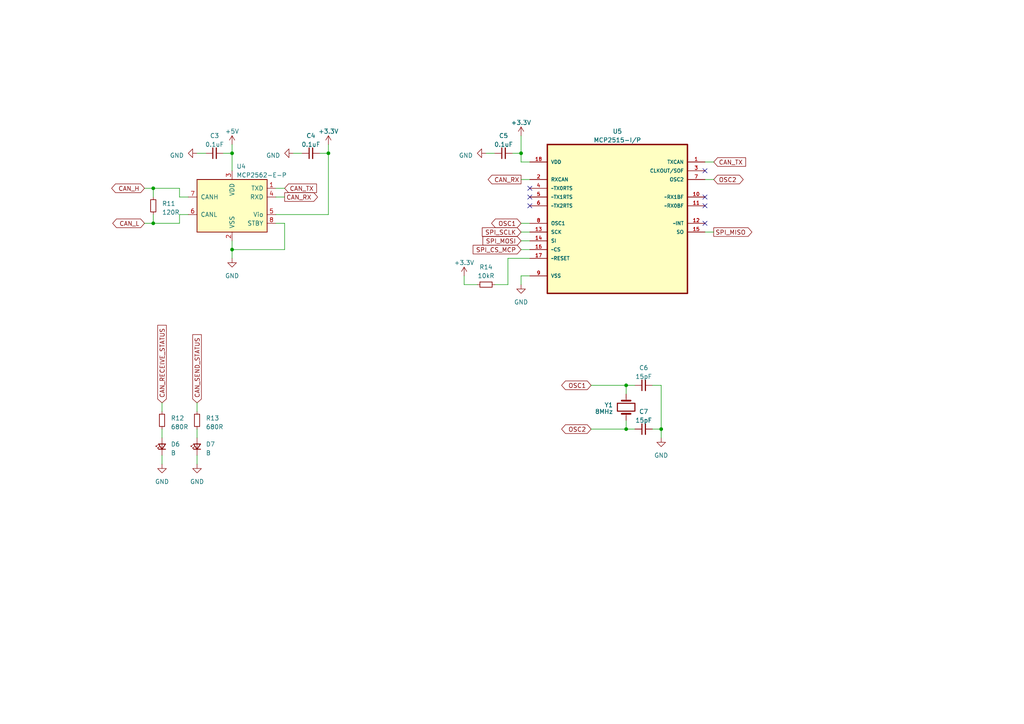
<source format=kicad_sch>
(kicad_sch (version 20231120) (generator "eeschema") (generator_version "8.0")
  (paper "A4")
  (lib_symbols
    (symbol "Device:C_Small" (pin_numbers hide) (pin_names (offset 0.254) hide)
      (property "Reference" "C" (at 0.254 1.778 0))
      (property "Value" "C_Small" (at 0.254 -2.032 0))
      (symbol "C_Small_0_1"
        (polyline (pts (xy -1.524 -0.508) (xy 1.524 -0.508)) (stroke (width 0.3302)))
        (polyline (pts (xy -1.524 0.508) (xy 1.524 0.508)) (stroke (width 0.3048)))
      )
      (symbol "C_Small_1_1"
        (pin passive line (at 0 2.54 270) (length 2.032) (name "~") (number "1"))
        (pin passive line (at 0 -2.54 90) (length 2.032) (name "~") (number "2"))
      )
    )
    (symbol "Device:Crystal" (pin_numbers hide) (pin_names (offset 1.016) hide)
      (property "Reference" "Y" (at 0 3.81 0))
      (property "Value" "Crystal" (at 0 -3.81 0))
      (symbol "Crystal_0_1"
        (rectangle (start -1.143 2.54) (end 1.143 -2.54) (stroke (width 0.3048)))
        (polyline (pts (xy -2.54 0) (xy -1.905 0)))
        (polyline (pts (xy -1.905 -1.27) (xy -1.905 1.27)) (stroke (width 0.508)))
        (polyline (pts (xy 1.905 -1.27) (xy 1.905 1.27)) (stroke (width 0.508)))
        (polyline (pts (xy 2.54 0) (xy 1.905 0)))
      )
      (symbol "Crystal_1_1"
        (pin passive line (at -3.81 0 0) (length 1.27) (name "1") (number "1"))
        (pin passive line (at 3.81 0 180) (length 1.27) (name "2") (number "2"))
      )
    )
    (symbol "Device:LED_Small" (pin_numbers hide) (pin_names (offset 0.254) hide)
      (property "Reference" "D" (at -1.27 3.175 0))
      (property "Value" "LED_Small" (at -4.445 -2.54 0))
      (symbol "LED_Small_0_1"
        (polyline (pts (xy -0.762 -1.016) (xy -0.762 1.016)) (stroke (width 0.254)))
        (polyline (pts (xy 1.016 0) (xy -0.762 0)))
        (polyline (pts (xy 0.762 -1.016) (xy -0.762 0) (xy 0.762 1.016) (xy 0.762 -1.016)) (stroke (width 0.254)))
        (polyline (pts (xy 0 0.762) (xy -0.508 1.27) (xy -0.254 1.27) (xy -0.508 1.27) (xy -0.508 1.016)))
        (polyline (pts (xy 0.508 1.27) (xy 0 1.778) (xy 0.254 1.778) (xy 0 1.778) (xy 0 1.524)))
      )
      (symbol "LED_Small_1_1"
        (pin passive line (at -2.54 0 0) (length 1.778) (name "K") (number "1"))
        (pin passive line (at 2.54 0 180) (length 1.778) (name "A") (number "2"))
      )
    )
    (symbol "Device:R_Small" (pin_numbers hide) (pin_names (offset 0.254) hide)
      (property "Reference" "R" (at 0.762 0.508 0))
      (property "Value" "R_Small" (at 0.762 -1.016 0))
      (symbol "R_Small_0_1"
        (rectangle (start -0.762 1.778) (end 0.762 -1.778) (stroke (width 0.2032)))
      )
      (symbol "R_Small_1_1"
        (pin passive line (at 0 2.54 270) (length 0.762) (name "~") (number "1"))
        (pin passive line (at 0 -2.54 90) (length 0.762) (name "~") (number "2"))
      )
    )
    (symbol "Interface_CAN_LIN:MCP2562-E-P" (pin_names (offset 1.016))
      (property "Reference" "U" (at -10.16 8.89 0))
      (property "Value" "MCP2562-E-P" (at 2.54 8.89 0))
      (symbol "MCP2562-E-P_0_1"
        (rectangle (start -10.16 7.62) (end 10.16 -7.62) (stroke (width 0.254)) (fill (type background)))
      )
      (symbol "MCP2562-E-P_1_1"
        (pin input line (at -12.7 5.08 0) (length 2.54) (name "TXD") (number "1"))
        (pin power_in line (at 0 -10.16 90) (length 2.54) (name "VSS") (number "2"))
        (pin power_in line (at 0 10.16 270) (length 2.54) (name "VDD") (number "3"))
        (pin output line (at -12.7 2.54 0) (length 2.54) (name "RXD") (number "4"))
        (pin power_in line (at -12.7 -2.54 0) (length 2.54) (name "Vio") (number "5"))
        (pin bidirectional line (at 12.7 -2.54 180) (length 2.54) (name "CANL") (number "6"))
        (pin bidirectional line (at 12.7 2.54 180) (length 2.54) (name "CANH") (number "7"))
        (pin input line (at -12.7 -5.08 0) (length 2.54) (name "STBY") (number "8"))
      )
    )
    (symbol "MCP2515-I_P:MCP2515-I/P" (pin_names (offset 1.016))
      (property "Reference" "U" (at -5.1308 20.2692 0))
      (property "Value" "MCP2515-I{slash}P" (at -5.2324 -29.718 0))
      (symbol "MCP2515-I/P_0_0"
        (rectangle (start -20.32 -25.4) (end 20.32 17.78) (stroke (width 0.4064)) (fill (type background)))
        (pin output line (at 25.4 12.7 180) (length 5.08) (name "TXCAN") (number "1"))
        (pin output line (at 25.4 2.54 180) (length 5.08) (name "~RX1BF") (number "10"))
        (pin output line (at 25.4 0 180) (length 5.08) (name "~RX0BF") (number "11"))
        (pin output line (at 25.4 -5.08 180) (length 5.08) (name "~INT") (number "12"))
        (pin input line (at -25.4 -7.62 0) (length 5.08) (name "SCK") (number "13"))
        (pin input line (at -25.4 -10.16 0) (length 5.08) (name "SI") (number "14"))
        (pin output line (at 25.4 -7.62 180) (length 5.08) (name "SO") (number "15"))
        (pin input line (at -25.4 -12.7 0) (length 5.08) (name "~CS") (number "16"))
        (pin input line (at -25.4 -15.24 0) (length 5.08) (name "~RESET") (number "17"))
        (pin power_in line (at -25.4 12.7 0) (length 5.08) (name "VDD") (number "18"))
        (pin input line (at -25.4 7.62 0) (length 5.08) (name "RXCAN") (number "2"))
        (pin output line (at 25.4 10.16 180) (length 5.08) (name "CLKOUT/SOF") (number "3"))
        (pin input line (at -25.4 5.08 0) (length 5.08) (name "~TX0RTS") (number "4"))
        (pin input line (at -25.4 2.54 0) (length 5.08) (name "~TX1RTS") (number "5"))
        (pin input line (at -25.4 0 0) (length 5.08) (name "~TX2RTS") (number "6"))
        (pin output line (at 25.4 7.62 180) (length 5.08) (name "OSC2") (number "7"))
        (pin input line (at -25.4 -5.08 0) (length 5.08) (name "OSC1") (number "8"))
        (pin power_in line (at -25.4 -20.32 0) (length 5.08) (name "VSS") (number "9"))
      )
    )
    (symbol "power:+3.3V" (power) (pin_names (offset 0))
      (property "Value" "+3.3V" (at 0 3.556 0))
      (symbol "+3.3V_0_1"
        (polyline (pts (xy -0.762 1.27) (xy 0 2.54)))
        (polyline (pts (xy 0 0) (xy 0 2.54)))
        (polyline (pts (xy 0 2.54) (xy 0.762 1.27)))
      )
      (symbol "+3.3V_1_1"
        (pin power_in line (at 0 0 90) (length 0) hide (name "+3.3V") (number "1"))
      )
    )
    (symbol "power:+5V" (power) (pin_names (offset 0))
      (property "Value" "+5V" (at 0 3.556 0))
      (symbol "+5V_0_1"
        (polyline (pts (xy -0.762 1.27) (xy 0 2.54)))
        (polyline (pts (xy 0 0) (xy 0 2.54)))
        (polyline (pts (xy 0 2.54) (xy 0.762 1.27)))
      )
      (symbol "+5V_1_1"
        (pin power_in line (at 0 0 90) (length 0) hide (name "+5V") (number "1"))
      )
    )
    (symbol "power:GND" (power) (pin_names (offset 0))
      (property "Value" "GND" (at 0 -3.81 0))
      (symbol "GND_0_1"
        (polyline (pts (xy 0 0) (xy 0 -1.27) (xy 1.27 -1.27) (xy 0 -2.54) (xy -1.27 -1.27) (xy 0 -1.27)))
      )
      (symbol "GND_1_1"
        (pin power_in line (at 0 0 270) (length 0) hide (name "GND") (number "1"))
      )
    )
  )
  (junction (at 44.45 64.77))
  (junction (at 44.45 54.61))
  (junction (at 181.61 111.76))
  (junction (at 151.13 44.45))
  (junction (at 67.31 44.45))
  (junction (at 67.31 72.39))
  (junction (at 181.61 124.46))
  (junction (at 95.25 44.45))
  (junction (at 191.77 124.46))
  (no_connect (at 153.67 54.61))
  (no_connect (at 204.47 64.77))
  (no_connect (at 204.47 59.69))
  (no_connect (at 153.67 57.15))
  (no_connect (at 204.47 49.53))
  (no_connect (at 204.47 57.15))
  (no_connect (at 153.67 59.69))
  (wire (pts (xy 95.25 44.45) (xy 95.25 62.23)))
  (wire (pts (xy 41.91 64.77) (xy 44.45 64.77)))
  (wire (pts (xy 151.13 46.99) (xy 153.67 46.99)))
  (wire (pts (xy 151.13 72.39) (xy 153.67 72.39)))
  (wire (pts (xy 191.77 124.46) (xy 191.77 111.76)))
  (wire (pts (xy 85.09 44.45) (xy 87.63 44.45)))
  (wire (pts (xy 41.91 54.61) (xy 44.45 54.61)))
  (wire (pts (xy 67.31 69.85) (xy 67.31 72.39)))
  (wire (pts (xy 57.15 132.08) (xy 57.15 134.62)))
  (wire (pts (xy 151.13 80.01) (xy 153.67 80.01)))
  (wire (pts (xy 134.62 82.55) (xy 138.43 82.55)))
  (wire (pts (xy 151.13 67.31) (xy 153.67 67.31)))
  (wire (pts (xy 151.13 39.37) (xy 151.13 44.45)))
  (wire (pts (xy 46.99 132.08) (xy 46.99 134.62)))
  (wire (pts (xy 189.23 124.46) (xy 191.77 124.46)))
  (wire (pts (xy 151.13 69.85) (xy 153.67 69.85)))
  (wire (pts (xy 147.32 74.93) (xy 147.32 82.55)))
  (wire (pts (xy 67.31 44.45) (xy 67.31 49.53)))
  (wire (pts (xy 95.25 41.91) (xy 95.25 44.45)))
  (wire (pts (xy 64.77 44.45) (xy 67.31 44.45)))
  (wire (pts (xy 80.01 57.15) (xy 82.55 57.15)))
  (wire (pts (xy 181.61 111.76) (xy 184.15 111.76)))
  (wire (pts (xy 151.13 82.55) (xy 151.13 80.01)))
  (wire (pts (xy 44.45 54.61) (xy 44.45 57.15)))
  (wire (pts (xy 151.13 64.77) (xy 153.67 64.77)))
  (wire (pts (xy 80.01 62.23) (xy 95.25 62.23)))
  (wire (pts (xy 44.45 62.23) (xy 44.45 64.77)))
  (wire (pts (xy 140.97 44.45) (xy 143.51 44.45)))
  (wire (pts (xy 52.07 62.23) (xy 52.07 64.77)))
  (wire (pts (xy 67.31 72.39) (xy 67.31 74.93)))
  (wire (pts (xy 151.13 44.45) (xy 151.13 46.99)))
  (wire (pts (xy 52.07 57.15) (xy 52.07 54.61)))
  (wire (pts (xy 92.71 44.45) (xy 95.25 44.45)))
  (wire (pts (xy 148.59 44.45) (xy 151.13 44.45)))
  (wire (pts (xy 204.47 46.99) (xy 207.01 46.99)))
  (wire (pts (xy 54.61 57.15) (xy 52.07 57.15)))
  (wire (pts (xy 54.61 62.23) (xy 52.07 62.23)))
  (wire (pts (xy 204.47 67.31) (xy 207.01 67.31)))
  (wire (pts (xy 134.62 82.55) (xy 134.62 80.01)))
  (wire (pts (xy 189.23 111.76) (xy 191.77 111.76)))
  (wire (pts (xy 82.55 72.39) (xy 67.31 72.39)))
  (wire (pts (xy 44.45 64.77) (xy 52.07 64.77)))
  (wire (pts (xy 147.32 82.55) (xy 143.51 82.55)))
  (wire (pts (xy 57.15 124.46) (xy 57.15 127)))
  (wire (pts (xy 151.13 52.07) (xy 153.67 52.07)))
  (wire (pts (xy 153.67 74.93) (xy 147.32 74.93)))
  (wire (pts (xy 181.61 124.46) (xy 184.15 124.46)))
  (wire (pts (xy 80.01 54.61) (xy 82.55 54.61)))
  (wire (pts (xy 82.55 64.77) (xy 82.55 72.39)))
  (wire (pts (xy 57.15 44.45) (xy 59.69 44.45)))
  (wire (pts (xy 67.31 41.91) (xy 67.31 44.45)))
  (wire (pts (xy 46.99 116.84) (xy 46.99 119.38)))
  (wire (pts (xy 171.45 111.76) (xy 181.61 111.76)))
  (wire (pts (xy 171.45 124.46) (xy 181.61 124.46)))
  (wire (pts (xy 181.61 114.3) (xy 181.61 111.76)))
  (wire (pts (xy 57.15 116.84) (xy 57.15 119.38)))
  (wire (pts (xy 191.77 127) (xy 191.77 124.46)))
  (wire (pts (xy 44.45 54.61) (xy 52.07 54.61)))
  (wire (pts (xy 204.47 52.07) (xy 207.01 52.07)))
  (wire (pts (xy 80.01 64.77) (xy 82.55 64.77)))
  (wire (pts (xy 46.99 124.46) (xy 46.99 127)))
  (wire (pts (xy 181.61 121.92) (xy 181.61 124.46)))
  (global_label "CAN_H" (shape bidirectional) (at 41.91 54.61 180) (property "Intersheetrefs" "${INTERSHEET_REFS}" (effects (hide yes))))
  (global_label "CAN_SEND_STATUS" (shape input) (at 57.15 116.84 90) (property "Intersheetrefs" "${INTERSHEET_REFS}" (effects (hide yes))))
  (global_label "CAN_TX" (shape input) (at 207.01 46.99 0) (property "Intersheetrefs" "${INTERSHEET_REFS}" (effects (hide yes))))
  (global_label "SPI_MOSI" (shape input) (at 151.13 69.85 180) (property "Intersheetrefs" "${INTERSHEET_REFS}" (effects (hide yes))))
  (global_label "SPI_MISO" (shape output) (at 207.01 67.31 0) (property "Intersheetrefs" "${INTERSHEET_REFS}" (effects (hide yes))))
  (global_label "OSC1" (shape bidirectional) (at 151.13 64.77 180) (property "Intersheetrefs" "${INTERSHEET_REFS}" (effects (hide yes))))
  (global_label "CAN_TX" (shape input) (at 82.55 54.61 0) (property "Intersheetrefs" "${INTERSHEET_REFS}" (effects (hide yes))))
  (global_label "OSC2" (shape bidirectional) (at 207.01 52.07 0) (property "Intersheetrefs" "${INTERSHEET_REFS}" (effects (hide yes))))
  (global_label "CAN_RX" (shape output) (at 82.55 57.15 0) (property "Intersheetrefs" "${INTERSHEET_REFS}" (effects (hide yes))))
  (global_label "OSC1" (shape bidirectional) (at 171.45 111.76 180) (property "Intersheetrefs" "${INTERSHEET_REFS}" (effects (hide yes))))
  (global_label "SPI_CS_MCP" (shape input) (at 151.13 72.39 180) (property "Intersheetrefs" "${INTERSHEET_REFS}" (effects (hide yes))))
  (global_label "CAN_RECEIVE_STATUS" (shape input) (at 46.99 116.84 90) (property "Intersheetrefs" "${INTERSHEET_REFS}" (effects (hide yes))))
  (global_label "CAN_RX" (shape output) (at 151.13 52.07 180) (property "Intersheetrefs" "${INTERSHEET_REFS}" (effects (hide yes))))
  (global_label "OSC2" (shape bidirectional) (at 171.45 124.46 180) (property "Intersheetrefs" "${INTERSHEET_REFS}" (effects (hide yes))))
  (global_label "SPI_SCLK" (shape input) (at 151.13 67.31 180) (property "Intersheetrefs" "${INTERSHEET_REFS}" (effects (hide yes))))
  (global_label "CAN_L" (shape bidirectional) (at 41.91 64.77 180) (property "Intersheetrefs" "${INTERSHEET_REFS}" (effects (hide yes))))
  (symbol (lib_id "Device:R_Small") (at 46.99 121.92 0) (unit 1)
    (property "Reference" "R12" (at 49.53 121.285 0) (effects (justify left)))
    (property "Value" "680R" (at 49.53 123.825 0) (effects (justify left)))
    (property "Footprint" "Resistor_SMD:R_0603_1608Metric_Pad0.98x0.95mm_HandSolder" (effects (hide yes)))
    (property "Datasheet" "https://www.chip1stop.com/view/dispDetail/DispDetail?partId=ROHM-0040175" (effects (hide yes)))
  )
  (symbol (lib_id "power:+3.3V") (at 134.62 80.01 0) (unit 1)
    (property "Reference" "#PWR027" (effects (hide yes)))
    (property "Value" "+3.3V" (at 134.62 76.2 0))
    (instances (project "FlightModule" (path "" (reference "#PWR027") (unit 1))) (project "SystemData" (path "" (reference "#PWR015") (unit 1))))
  )
  (symbol (lib_id "Device:Crystal") (at 181.61 118.11 270) (mirror x) (unit 1)
    (property "Reference" "Y1" (at 177.8 117.475 90) (effects (justify right)))
    (property "Value" "8MHz" (at 177.8 119.38 90) (effects (justify right)))
    (property "Footprint" "Crystal:Crystal_SMD_HC49-SD" (effects (hide yes)))
    (property "Datasheet" "https://akizukidenshi.com/catalog/g/gP-08667/" (effects (hide yes)))
  )
  (symbol (lib_id "Device:R_Small") (at 140.97 82.55 90) (unit 1)
    (property "Reference" "R14" (at 140.97 77.47 90))
    (property "Value" "10kR" (at 140.97 80.01 90))
    (property "Footprint" "Resistor_SMD:R_0603_1608Metric_Pad0.98x0.95mm_HandSolder" (effects (hide yes)))
    (property "Datasheet" "https://www.chip1stop.com/view/dispDetail/DispDetail?partId=ROHM-0021098" (effects (hide yes)))
  )
  (symbol (lib_id "power:GND") (at 57.15 44.45 270) (unit 1)
    (property "Reference" "#PWR021" (effects (hide yes)))
    (property "Value" "GND" (at 53.34 45.085 90) (effects (justify right)))
    (instances (project "FlightModule" (path "" (reference "#PWR021") (unit 1))) (project "SystemData" (path "" (reference "#PWR06") (unit 1))))
  )
  (symbol (lib_id "power:GND") (at 57.15 134.62 0) (unit 1)
    (property "Reference" "#PWR022" (effects (hide yes)))
    (property "Value" "GND" (at 57.15 139.7 0))
    (instances (project "FlightModule" (path "" (reference "#PWR022") (unit 1))) (project "SystemData" (path "" (reference "#PWR021") (unit 1))))
  )
  (symbol (lib_id "Interface_CAN_LIN:MCP2562-E-P") (at 67.31 59.69 0) (mirror y) (unit 1)
    (property "Reference" "U4" (at 68.58 48.26 0) (effects (justify right)))
    (property "Value" "MCP2562-E-P" (at 68.58 50.8 0) (effects (justify right)))
    (property "Footprint" "Package_DIP:DIP-8_W7.62mm" (effects (hide yes)))
    (property "Datasheet" "https://akizukidenshi.com/catalog/g/gI-14383/" (effects (hide yes)))
    (instances (project "FlightModule" (path "" (reference "U4") (unit 1))) (project "SystemData" (path "" (reference "U1") (unit 1))))
  )
  (symbol (lib_id "Device:C_Small") (at 90.17 44.45 90) (unit 1)
    (property "Reference" "C4" (at 90.1763 39.37 90))
    (property "Value" "0.1uF" (at 90.1763 41.91 90))
    (property "Footprint" "Capacitor_SMD:C_0603_1608Metric_Pad1.08x0.95mm_HandSolder" (effects (hide yes)))
    (property "Datasheet" "https://akizukidenshi.com/catalog/g/gP-16143/" (effects (hide yes)))
  )
  (symbol (lib_id "Device:C_Small") (at 186.69 124.46 90) (unit 1)
    (property "Reference" "C7" (at 186.6963 119.38 90))
    (property "Value" "15pF" (at 186.6963 121.92 90))
    (property "Footprint" "Capacitor_SMD:C_0603_1608Metric_Pad1.08x0.95mm_HandSolder" (effects (hide yes)))
    (property "Datasheet" "https://akizukidenshi.com/catalog/g/gP-16143/" (effects (hide yes)))
  )
  (symbol (lib_id "power:GND") (at 46.99 134.62 0) (unit 1)
    (property "Reference" "#PWR020" (effects (hide yes)))
    (property "Value" "GND" (at 46.99 139.7 0))
    (instances (project "FlightModule" (path "" (reference "#PWR020") (unit 1))) (project "SystemData" (path "" (reference "#PWR021") (unit 1))))
  )
  (symbol (lib_id "power:GND") (at 191.77 127 0) (unit 1)
    (property "Reference" "#PWR031" (effects (hide yes)))
    (property "Value" "GND" (at 191.77 132.08 0))
    (instances (project "FlightModule" (path "" (reference "#PWR031") (unit 1))) (project "SystemData" (path "" (reference "#PWR025") (unit 1))))
  )
  (symbol (lib_id "power:GND") (at 140.97 44.45 270) (unit 1)
    (property "Reference" "#PWR028" (effects (hide yes)))
    (property "Value" "GND" (at 137.16 45.085 90) (effects (justify right)))
    (instances (project "FlightModule" (path "" (reference "#PWR028") (unit 1))) (project "SystemData" (path "" (reference "#PWR06") (unit 1))))
  )
  (symbol (lib_id "power:GND") (at 67.31 74.93 0) (unit 1)
    (property "Reference" "#PWR024" (effects (hide yes)))
    (property "Value" "GND" (at 67.31 80.01 0))
    (instances (project "FlightModule" (path "" (reference "#PWR024") (unit 1))) (project "SystemData" (path "" (reference "#PWR08") (unit 1))))
  )
  (symbol (lib_id "Device:C_Small") (at 186.69 111.76 90) (unit 1)
    (property "Reference" "C6" (at 186.6963 106.68 90))
    (property "Value" "15pF" (at 186.6963 109.22 90))
    (property "Footprint" "Capacitor_SMD:C_0603_1608Metric_Pad1.08x0.95mm_HandSolder" (effects (hide yes)))
    (property "Datasheet" "https://akizukidenshi.com/catalog/g/gP-16143/" (effects (hide yes)))
  )
  (symbol (lib_id "Device:C_Small") (at 146.05 44.45 90) (unit 1)
    (property "Reference" "C5" (at 146.0563 39.37 90))
    (property "Value" "0.1uF" (at 146.0563 41.91 90))
    (property "Footprint" "Capacitor_SMD:C_0603_1608Metric_Pad1.08x0.95mm_HandSolder" (effects (hide yes)))
    (property "Datasheet" "https://akizukidenshi.com/catalog/g/gP-16143/" (effects (hide yes)))
  )
  (symbol (lib_id "Device:R_Small") (at 57.15 121.92 0) (unit 1)
    (property "Reference" "R13" (at 59.69 121.285 0) (effects (justify left)))
    (property "Value" "680R" (at 59.69 123.825 0) (effects (justify left)))
    (property "Footprint" "Resistor_SMD:R_0603_1608Metric_Pad0.98x0.95mm_HandSolder" (effects (hide yes)))
    (property "Datasheet" "https://www.chip1stop.com/view/dispDetail/DispDetail?partId=ROHM-0040175" (effects (hide yes)))
  )
  (symbol (lib_id "Device:LED_Small") (at 46.99 129.54 90) (unit 1)
    (property "Reference" "D6" (at 49.53 128.8415 90) (effects (justify right)))
    (property "Value" "B" (at 49.53 131.3815 90) (effects (justify right)))
    (property "Footprint" "LED_SMD:LED_0603_1608Metric_Pad1.05x0.95mm_HandSolder" (effects (hide yes)))
    (property "Datasheet" "https://akizukidenshi.com/catalog/g/gI-03982/" (effects (hide yes)))
  )
  (symbol (lib_id "Device:LED_Small") (at 57.15 129.54 90) (unit 1)
    (property "Reference" "D7" (at 59.69 128.8415 90) (effects (justify right)))
    (property "Value" "B" (at 59.69 131.3815 90) (effects (justify right)))
    (property "Footprint" "LED_SMD:LED_0603_1608Metric_Pad1.05x0.95mm_HandSolder" (effects (hide yes)))
    (property "Datasheet" "https://akizukidenshi.com/catalog/g/gI-03982/" (effects (hide yes)))
  )
  (symbol (lib_id "MCP2515-I_P:MCP2515-I/P") (at 179.07 59.69 0) (unit 1)
    (property "Reference" "U5" (at 179.07 38.1 0))
    (property "Value" "MCP2515-I/P" (at 179.07 40.64 0))
    (property "Footprint" "Package_DIP:DIP-18_W7.62mm" (effects (hide yes)))
    (property "Datasheet" "https://akizukidenshi.com/catalog/g/gI-12030/" (effects (hide yes)))
    (property "MPN" "MCP2515-I/P" (effects (hide yes)))
    (property "OC_FARNELL" "1439391" (effects (hide yes)))
    (property "PACKAGE" "PDIP-18" (effects (hide yes)))
    (property "SUPPLIER" "MICROCHIP" (effects (hide yes)))
    (property "DESCRIPTION" "CAN CONTRL" (effects (hide yes)))
    (property "OC_NEWARK" "61K2945" (effects (hide yes)))
    (instances (project "FlightModule" (path "" (reference "U5") (unit 1))) (project "SystemData" (path "" (reference "U2") (unit 1))))
  )
  (symbol (lib_id "Device:R_Small") (at 44.45 59.69 0) (unit 1)
    (property "Reference" "R11" (at 46.99 59.055 0) (effects (justify left)))
    (property "Value" "120R" (at 46.99 61.595 0) (effects (justify left)))
    (property "Footprint" "Resistor_SMD:R_0603_1608Metric_Pad0.98x0.95mm_HandSolder" (effects (hide yes)))
    (property "Datasheet" "https://www.chip1stop.com/view/dispDetail/DispDetail?partId=ROHM-0040116" (effects (hide yes)))
  )
  (symbol (lib_id "power:+3.3V") (at 151.13 39.37 0) (unit 1)
    (property "Reference" "#PWR029" (effects (hide yes)))
    (property "Value" "+3.3V" (at 151.13 35.56 0))
    (instances (project "FlightModule" (path "" (reference "#PWR029") (unit 1))) (project "SystemData" (path "" (reference "#PWR016") (unit 1))))
  )
  (symbol (lib_id "power:+3.3V") (at 95.25 41.91 0) (unit 1)
    (property "Reference" "#PWR026" (effects (hide yes)))
    (property "Value" "+3.3V" (at 95.25 38.1 0))
    (instances (project "FlightModule" (path "" (reference "#PWR026") (unit 1))) (project "SystemData" (path "" (reference "#PWR012") (unit 1))))
  )
  (symbol (lib_id "power:GND") (at 85.09 44.45 270) (unit 1)
    (property "Reference" "#PWR025" (effects (hide yes)))
    (property "Value" "GND" (at 81.28 45.085 90) (effects (justify right)))
    (instances (project "FlightModule" (path "" (reference "#PWR025") (unit 1))) (project "SystemData" (path "" (reference "#PWR06") (unit 1))))
  )
  (symbol (lib_id "Device:C_Small") (at 62.23 44.45 90) (unit 1)
    (property "Reference" "C3" (at 62.2363 39.37 90))
    (property "Value" "0.1uF" (at 62.2363 41.91 90))
    (property "Footprint" "Capacitor_SMD:C_0603_1608Metric_Pad1.08x0.95mm_HandSolder" (effects (hide yes)))
    (property "Datasheet" "https://akizukidenshi.com/catalog/g/gP-16143/" (effects (hide yes)))
  )
  (symbol (lib_id "power:+5V") (at 67.31 41.91 0) (unit 1)
    (property "Reference" "#PWR023" (effects (hide yes)))
    (property "Value" "+5V" (at 67.31 38.1 0))
    (instances (project "FlightModule" (path "" (reference "#PWR023") (unit 1))) (project "SystemData" (path "" (reference "#PWR07") (unit 1))))
  )
  (symbol (lib_id "power:GND") (at 151.13 82.55 0) (unit 1)
    (property "Reference" "#PWR030" (effects (hide yes)))
    (property "Value" "GND" (at 151.13 87.63 0))
    (instances (project "FlightModule" (path "" (reference "#PWR030") (unit 1))) (project "SystemData" (path "" (reference "#PWR017") (unit 1))))
  )
)
</source>
